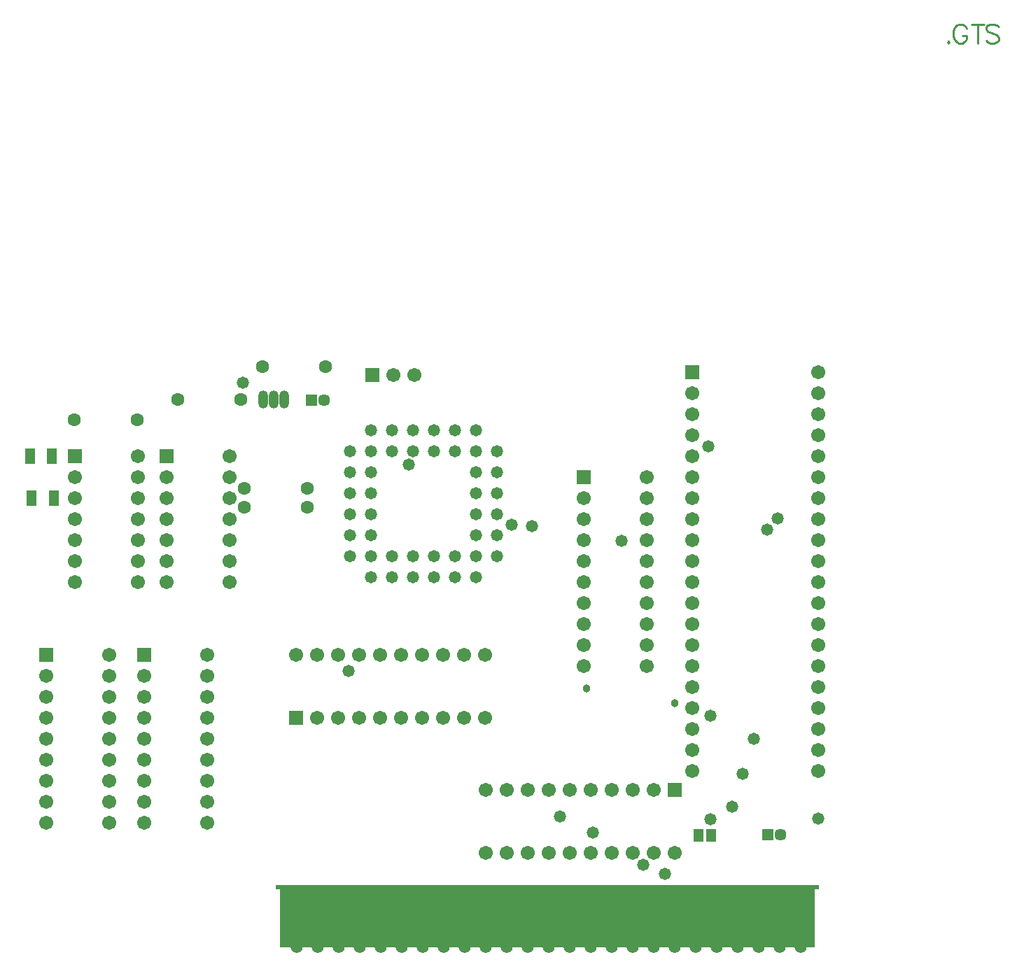
<source format=gts>
%FSLAX25Y25*%
%MOIN*%
G70*
G01*
G75*
G04 Layer_Color=8388736*
%ADD10R,0.04331X0.05512*%
%ADD11R,0.04331X0.06693*%
%ADD12O,0.05000X0.30000*%
%ADD13C,0.02000*%
%ADD14C,0.00800*%
%ADD15C,0.00900*%
%ADD16C,0.04921*%
%ADD17R,0.04921X0.04921*%
%ADD18R,0.05906X0.05906*%
%ADD19C,0.05906*%
%ADD20C,0.05906*%
%ADD21C,0.05512*%
%ADD22R,0.05906X0.05906*%
%ADD23R,0.05906X0.05906*%
%ADD24C,0.05000*%
%ADD25O,0.03937X0.07874*%
%ADD26C,0.03000*%
%ADD27R,0.05512X0.04331*%
%ADD28C,0.01000*%
%ADD29C,0.00787*%
%ADD30C,0.00984*%
%ADD31C,0.02362*%
%ADD32C,0.00591*%
%ADD33R,0.31000X0.13000*%
%ADD34R,2.55000X0.29000*%
%ADD35R,2.59000X0.02000*%
%ADD36R,0.05131X0.06312*%
%ADD37R,0.05131X0.07493*%
%ADD38O,0.05800X0.30800*%
%ADD39C,0.05721*%
%ADD40R,0.05721X0.05721*%
%ADD41R,0.06706X0.06706*%
%ADD42C,0.06706*%
%ADD43C,0.06706*%
%ADD44C,0.06312*%
%ADD45R,0.06706X0.06706*%
%ADD46R,0.06706X0.06706*%
%ADD47C,0.05800*%
%ADD48O,0.04737X0.08674*%
%ADD49C,0.03800*%
D15*
X442528Y433157D02*
X442100Y432728D01*
X442528Y432300D01*
X442957Y432728D01*
X442528Y433157D01*
X451355Y439156D02*
X450927Y440013D01*
X450070Y440870D01*
X449213Y441298D01*
X447499D01*
X446642Y440870D01*
X445785Y440013D01*
X445357Y439156D01*
X444928Y437870D01*
Y435728D01*
X445357Y434442D01*
X445785Y433585D01*
X446642Y432728D01*
X447499Y432300D01*
X449213D01*
X450070Y432728D01*
X450927Y433585D01*
X451355Y434442D01*
Y435728D01*
X449213D02*
X451355D01*
X456411Y441298D02*
Y432300D01*
X453412Y441298D02*
X459411D01*
X466480Y440013D02*
X465624Y440870D01*
X464338Y441298D01*
X462624D01*
X461339Y440870D01*
X460482Y440013D01*
Y439156D01*
X460910Y438299D01*
X461339Y437870D01*
X462196Y437442D01*
X464767Y436585D01*
X465624Y436156D01*
X466052Y435728D01*
X466480Y434871D01*
Y433585D01*
X465624Y432728D01*
X464338Y432300D01*
X462624D01*
X461339Y432728D01*
X460482Y433585D01*
D34*
X251600Y15800D02*
D03*
D35*
Y30300D02*
D03*
D36*
X323647Y54800D02*
D03*
X329553D02*
D03*
D37*
X16415Y215500D02*
D03*
X5785D02*
D03*
X15715Y235500D02*
D03*
X5085D02*
D03*
D38*
X132100Y14300D02*
D03*
X142100D02*
D03*
X152100D02*
D03*
X162100D02*
D03*
X172100D02*
D03*
X182100D02*
D03*
X192100D02*
D03*
X202100D02*
D03*
X212100D02*
D03*
X222100D02*
D03*
X232100D02*
D03*
X242100D02*
D03*
X252100D02*
D03*
X262100D02*
D03*
X272100D02*
D03*
X282100D02*
D03*
X292100D02*
D03*
X302100D02*
D03*
X312100D02*
D03*
X322100D02*
D03*
X332100D02*
D03*
X342100D02*
D03*
X352100D02*
D03*
X362100D02*
D03*
X372100D02*
D03*
D39*
X362553Y55300D02*
D03*
X145253Y262200D02*
D03*
D40*
X356647Y55300D02*
D03*
X139347Y262200D02*
D03*
D41*
X312400Y76500D02*
D03*
X132000Y110900D02*
D03*
D42*
X302400Y76500D02*
D03*
X292400D02*
D03*
X282400D02*
D03*
X272400D02*
D03*
X262400D02*
D03*
X252400D02*
D03*
X242400D02*
D03*
X232400D02*
D03*
X222400D02*
D03*
X312400Y46500D02*
D03*
X292400D02*
D03*
X282400D02*
D03*
X272400D02*
D03*
X262400D02*
D03*
X252400D02*
D03*
X242400D02*
D03*
X232400D02*
D03*
X222400D02*
D03*
X56600Y175500D02*
D03*
Y185500D02*
D03*
Y195500D02*
D03*
Y205500D02*
D03*
Y215500D02*
D03*
Y225500D02*
D03*
Y235500D02*
D03*
X26600Y175500D02*
D03*
Y185500D02*
D03*
Y195500D02*
D03*
Y205500D02*
D03*
Y215500D02*
D03*
Y225500D02*
D03*
X320700Y265500D02*
D03*
Y255500D02*
D03*
Y245500D02*
D03*
Y235500D02*
D03*
Y225500D02*
D03*
Y215500D02*
D03*
Y205500D02*
D03*
Y195500D02*
D03*
Y185500D02*
D03*
Y175500D02*
D03*
Y165500D02*
D03*
Y155500D02*
D03*
Y145500D02*
D03*
Y135500D02*
D03*
Y125500D02*
D03*
Y115500D02*
D03*
Y105500D02*
D03*
Y95500D02*
D03*
Y85500D02*
D03*
X380700Y275500D02*
D03*
Y265500D02*
D03*
Y255500D02*
D03*
Y245500D02*
D03*
Y235500D02*
D03*
Y225500D02*
D03*
Y215500D02*
D03*
Y205500D02*
D03*
Y195500D02*
D03*
Y185500D02*
D03*
Y175500D02*
D03*
Y165500D02*
D03*
Y155500D02*
D03*
Y145500D02*
D03*
Y135500D02*
D03*
Y125500D02*
D03*
Y115500D02*
D03*
Y105500D02*
D03*
Y95500D02*
D03*
Y85500D02*
D03*
X142000Y110900D02*
D03*
X152000D02*
D03*
X162000D02*
D03*
X172000D02*
D03*
X182000D02*
D03*
X192000D02*
D03*
X202000D02*
D03*
X212000D02*
D03*
X222000D02*
D03*
X132000Y140900D02*
D03*
X152000D02*
D03*
X162000D02*
D03*
X172000D02*
D03*
X182000D02*
D03*
X192000D02*
D03*
X202000D02*
D03*
X212000D02*
D03*
X222000D02*
D03*
X268800Y215500D02*
D03*
Y205500D02*
D03*
Y195500D02*
D03*
Y185500D02*
D03*
Y175500D02*
D03*
Y165500D02*
D03*
Y155500D02*
D03*
Y145500D02*
D03*
Y135500D02*
D03*
X298800Y225500D02*
D03*
Y205500D02*
D03*
Y195500D02*
D03*
Y185500D02*
D03*
Y175500D02*
D03*
Y165500D02*
D03*
Y155500D02*
D03*
Y145500D02*
D03*
Y135500D02*
D03*
D43*
X302400Y46500D02*
D03*
X70200Y225500D02*
D03*
Y215500D02*
D03*
Y205500D02*
D03*
Y195500D02*
D03*
Y185500D02*
D03*
Y175500D02*
D03*
X100200Y235500D02*
D03*
Y225500D02*
D03*
Y215500D02*
D03*
Y205500D02*
D03*
Y195500D02*
D03*
Y185500D02*
D03*
Y175500D02*
D03*
X178100Y274200D02*
D03*
X188100D02*
D03*
X142000Y140900D02*
D03*
X298800Y215500D02*
D03*
X59500Y130900D02*
D03*
Y120900D02*
D03*
Y110900D02*
D03*
Y100900D02*
D03*
Y90900D02*
D03*
Y80900D02*
D03*
Y70900D02*
D03*
Y60900D02*
D03*
X89500Y140900D02*
D03*
Y130900D02*
D03*
Y120900D02*
D03*
Y110900D02*
D03*
Y100900D02*
D03*
Y90900D02*
D03*
Y80900D02*
D03*
Y70900D02*
D03*
Y60900D02*
D03*
X12800Y130900D02*
D03*
Y120900D02*
D03*
Y110900D02*
D03*
Y100900D02*
D03*
Y90900D02*
D03*
Y80900D02*
D03*
Y70900D02*
D03*
Y60900D02*
D03*
X42800Y140900D02*
D03*
Y130900D02*
D03*
Y120900D02*
D03*
Y110900D02*
D03*
Y100900D02*
D03*
Y90900D02*
D03*
Y80900D02*
D03*
Y70900D02*
D03*
Y60900D02*
D03*
D44*
X107200Y211200D02*
D03*
X137200D02*
D03*
X107200Y220000D02*
D03*
X137200D02*
D03*
X56400Y252700D02*
D03*
X26400D02*
D03*
X145800Y278300D02*
D03*
X115800D02*
D03*
X105700Y262400D02*
D03*
X75700D02*
D03*
D45*
X70200Y235500D02*
D03*
X168100Y274200D02*
D03*
X59500Y140900D02*
D03*
X12800D02*
D03*
D46*
X26600Y235500D02*
D03*
X320700Y275500D02*
D03*
X268800Y225500D02*
D03*
D47*
X157700Y237800D02*
D03*
Y227800D02*
D03*
Y217800D02*
D03*
Y207800D02*
D03*
Y197800D02*
D03*
Y187800D02*
D03*
X167700Y247800D02*
D03*
Y237800D02*
D03*
Y227800D02*
D03*
Y217800D02*
D03*
Y207800D02*
D03*
Y197800D02*
D03*
Y187800D02*
D03*
Y177800D02*
D03*
X177700Y247800D02*
D03*
Y237800D02*
D03*
Y187800D02*
D03*
Y177800D02*
D03*
X187700Y247800D02*
D03*
Y237800D02*
D03*
Y187800D02*
D03*
X197700Y247800D02*
D03*
Y237800D02*
D03*
Y187800D02*
D03*
Y177800D02*
D03*
X207700Y247800D02*
D03*
Y187800D02*
D03*
Y177800D02*
D03*
X217700Y247800D02*
D03*
Y237800D02*
D03*
Y227800D02*
D03*
Y217800D02*
D03*
Y207800D02*
D03*
Y197800D02*
D03*
Y187800D02*
D03*
Y177800D02*
D03*
X227700Y237800D02*
D03*
Y227800D02*
D03*
Y217800D02*
D03*
Y207800D02*
D03*
Y197800D02*
D03*
Y187800D02*
D03*
X187700Y177800D02*
D03*
X207700Y237800D02*
D03*
X329400Y62400D02*
D03*
X356300Y200600D02*
D03*
X349900Y100800D02*
D03*
X257600Y63700D02*
D03*
X361400Y205700D02*
D03*
X244100Y202000D02*
D03*
X380700Y62800D02*
D03*
X307500Y36600D02*
D03*
X287000Y195100D02*
D03*
X234500Y202800D02*
D03*
X273400Y56200D02*
D03*
X328400Y240300D02*
D03*
X329200Y111800D02*
D03*
X106500Y270500D02*
D03*
X185700Y231600D02*
D03*
X156900Y133100D02*
D03*
X339500Y68500D02*
D03*
X344700Y84100D02*
D03*
X272300Y46400D02*
D03*
X297300Y40800D02*
D03*
D48*
X116400Y262400D02*
D03*
X121400D02*
D03*
X126400D02*
D03*
D49*
X270200Y124800D02*
D03*
X312100Y117800D02*
D03*
M02*

</source>
